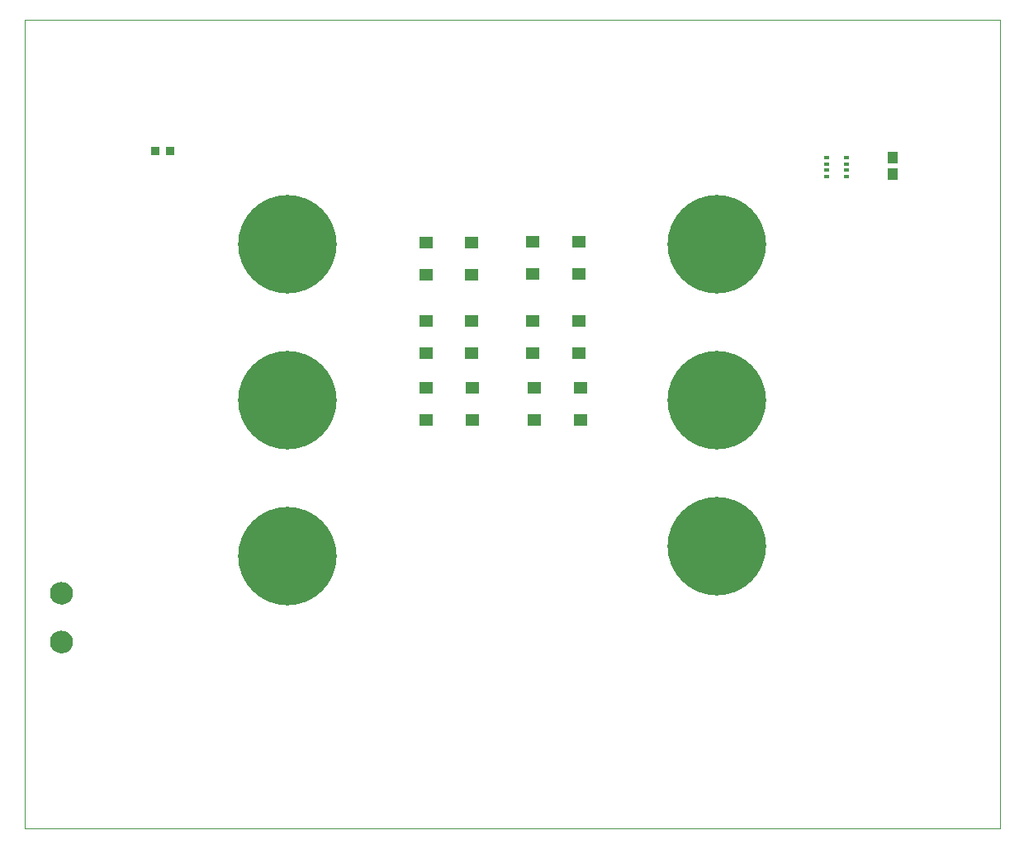
<source format=gts>
G75*
%MOIN*%
%OFA0B0*%
%FSLAX25Y25*%
%IPPOS*%
%LPD*%
%AMOC8*
5,1,8,0,0,1.08239X$1,22.5*
%
%ADD10C,0.00000*%
%ADD11R,0.05518X0.05124*%
%ADD12R,0.03550X0.03550*%
%ADD13R,0.02369X0.01778*%
%ADD14R,0.04337X0.04731*%
%ADD15C,0.09061*%
%ADD16C,0.39770*%
D10*
X0009166Y0005337D02*
X0009166Y0332109D01*
X0402866Y0332109D01*
X0402866Y0005337D01*
X0009166Y0005337D01*
X0019795Y0080928D02*
X0019797Y0081059D01*
X0019803Y0081191D01*
X0019813Y0081322D01*
X0019827Y0081453D01*
X0019845Y0081583D01*
X0019867Y0081712D01*
X0019892Y0081841D01*
X0019922Y0081969D01*
X0019956Y0082096D01*
X0019993Y0082223D01*
X0020034Y0082347D01*
X0020079Y0082471D01*
X0020128Y0082593D01*
X0020180Y0082714D01*
X0020236Y0082832D01*
X0020296Y0082950D01*
X0020359Y0083065D01*
X0020426Y0083178D01*
X0020496Y0083290D01*
X0020569Y0083399D01*
X0020645Y0083505D01*
X0020725Y0083610D01*
X0020808Y0083712D01*
X0020894Y0083811D01*
X0020983Y0083908D01*
X0021075Y0084002D01*
X0021170Y0084093D01*
X0021267Y0084182D01*
X0021367Y0084267D01*
X0021470Y0084349D01*
X0021575Y0084428D01*
X0021682Y0084504D01*
X0021792Y0084576D01*
X0021904Y0084645D01*
X0022018Y0084711D01*
X0022133Y0084773D01*
X0022251Y0084832D01*
X0022370Y0084887D01*
X0022491Y0084939D01*
X0022614Y0084986D01*
X0022738Y0085030D01*
X0022863Y0085071D01*
X0022989Y0085107D01*
X0023117Y0085140D01*
X0023245Y0085168D01*
X0023374Y0085193D01*
X0023504Y0085214D01*
X0023634Y0085231D01*
X0023765Y0085244D01*
X0023896Y0085253D01*
X0024027Y0085258D01*
X0024159Y0085259D01*
X0024290Y0085256D01*
X0024422Y0085249D01*
X0024553Y0085238D01*
X0024683Y0085223D01*
X0024813Y0085204D01*
X0024943Y0085181D01*
X0025071Y0085155D01*
X0025199Y0085124D01*
X0025326Y0085089D01*
X0025452Y0085051D01*
X0025576Y0085009D01*
X0025700Y0084963D01*
X0025821Y0084913D01*
X0025941Y0084860D01*
X0026060Y0084803D01*
X0026177Y0084743D01*
X0026291Y0084679D01*
X0026404Y0084611D01*
X0026515Y0084540D01*
X0026624Y0084466D01*
X0026730Y0084389D01*
X0026834Y0084308D01*
X0026935Y0084225D01*
X0027034Y0084138D01*
X0027130Y0084048D01*
X0027223Y0083955D01*
X0027314Y0083860D01*
X0027401Y0083762D01*
X0027486Y0083661D01*
X0027567Y0083558D01*
X0027645Y0083452D01*
X0027720Y0083344D01*
X0027792Y0083234D01*
X0027860Y0083122D01*
X0027925Y0083008D01*
X0027986Y0082891D01*
X0028044Y0082773D01*
X0028098Y0082653D01*
X0028149Y0082532D01*
X0028196Y0082409D01*
X0028239Y0082285D01*
X0028278Y0082160D01*
X0028314Y0082033D01*
X0028345Y0081905D01*
X0028373Y0081777D01*
X0028397Y0081648D01*
X0028417Y0081518D01*
X0028433Y0081387D01*
X0028445Y0081256D01*
X0028453Y0081125D01*
X0028457Y0080994D01*
X0028457Y0080862D01*
X0028453Y0080731D01*
X0028445Y0080600D01*
X0028433Y0080469D01*
X0028417Y0080338D01*
X0028397Y0080208D01*
X0028373Y0080079D01*
X0028345Y0079951D01*
X0028314Y0079823D01*
X0028278Y0079696D01*
X0028239Y0079571D01*
X0028196Y0079447D01*
X0028149Y0079324D01*
X0028098Y0079203D01*
X0028044Y0079083D01*
X0027986Y0078965D01*
X0027925Y0078848D01*
X0027860Y0078734D01*
X0027792Y0078622D01*
X0027720Y0078512D01*
X0027645Y0078404D01*
X0027567Y0078298D01*
X0027486Y0078195D01*
X0027401Y0078094D01*
X0027314Y0077996D01*
X0027223Y0077901D01*
X0027130Y0077808D01*
X0027034Y0077718D01*
X0026935Y0077631D01*
X0026834Y0077548D01*
X0026730Y0077467D01*
X0026624Y0077390D01*
X0026515Y0077316D01*
X0026404Y0077245D01*
X0026292Y0077177D01*
X0026177Y0077113D01*
X0026060Y0077053D01*
X0025941Y0076996D01*
X0025821Y0076943D01*
X0025700Y0076893D01*
X0025576Y0076847D01*
X0025452Y0076805D01*
X0025326Y0076767D01*
X0025199Y0076732D01*
X0025071Y0076701D01*
X0024943Y0076675D01*
X0024813Y0076652D01*
X0024683Y0076633D01*
X0024553Y0076618D01*
X0024422Y0076607D01*
X0024290Y0076600D01*
X0024159Y0076597D01*
X0024027Y0076598D01*
X0023896Y0076603D01*
X0023765Y0076612D01*
X0023634Y0076625D01*
X0023504Y0076642D01*
X0023374Y0076663D01*
X0023245Y0076688D01*
X0023117Y0076716D01*
X0022989Y0076749D01*
X0022863Y0076785D01*
X0022738Y0076826D01*
X0022614Y0076870D01*
X0022491Y0076917D01*
X0022370Y0076969D01*
X0022251Y0077024D01*
X0022133Y0077083D01*
X0022018Y0077145D01*
X0021904Y0077211D01*
X0021792Y0077280D01*
X0021682Y0077352D01*
X0021575Y0077428D01*
X0021470Y0077507D01*
X0021367Y0077589D01*
X0021267Y0077674D01*
X0021170Y0077763D01*
X0021075Y0077854D01*
X0020983Y0077948D01*
X0020894Y0078045D01*
X0020808Y0078144D01*
X0020725Y0078246D01*
X0020645Y0078351D01*
X0020569Y0078457D01*
X0020496Y0078566D01*
X0020426Y0078678D01*
X0020359Y0078791D01*
X0020296Y0078906D01*
X0020236Y0079024D01*
X0020180Y0079142D01*
X0020128Y0079263D01*
X0020079Y0079385D01*
X0020034Y0079509D01*
X0019993Y0079633D01*
X0019956Y0079760D01*
X0019922Y0079887D01*
X0019892Y0080015D01*
X0019867Y0080144D01*
X0019845Y0080273D01*
X0019827Y0080403D01*
X0019813Y0080534D01*
X0019803Y0080665D01*
X0019797Y0080797D01*
X0019795Y0080928D01*
X0019795Y0100613D02*
X0019797Y0100744D01*
X0019803Y0100876D01*
X0019813Y0101007D01*
X0019827Y0101138D01*
X0019845Y0101268D01*
X0019867Y0101397D01*
X0019892Y0101526D01*
X0019922Y0101654D01*
X0019956Y0101781D01*
X0019993Y0101908D01*
X0020034Y0102032D01*
X0020079Y0102156D01*
X0020128Y0102278D01*
X0020180Y0102399D01*
X0020236Y0102517D01*
X0020296Y0102635D01*
X0020359Y0102750D01*
X0020426Y0102863D01*
X0020496Y0102975D01*
X0020569Y0103084D01*
X0020645Y0103190D01*
X0020725Y0103295D01*
X0020808Y0103397D01*
X0020894Y0103496D01*
X0020983Y0103593D01*
X0021075Y0103687D01*
X0021170Y0103778D01*
X0021267Y0103867D01*
X0021367Y0103952D01*
X0021470Y0104034D01*
X0021575Y0104113D01*
X0021682Y0104189D01*
X0021792Y0104261D01*
X0021904Y0104330D01*
X0022018Y0104396D01*
X0022133Y0104458D01*
X0022251Y0104517D01*
X0022370Y0104572D01*
X0022491Y0104624D01*
X0022614Y0104671D01*
X0022738Y0104715D01*
X0022863Y0104756D01*
X0022989Y0104792D01*
X0023117Y0104825D01*
X0023245Y0104853D01*
X0023374Y0104878D01*
X0023504Y0104899D01*
X0023634Y0104916D01*
X0023765Y0104929D01*
X0023896Y0104938D01*
X0024027Y0104943D01*
X0024159Y0104944D01*
X0024290Y0104941D01*
X0024422Y0104934D01*
X0024553Y0104923D01*
X0024683Y0104908D01*
X0024813Y0104889D01*
X0024943Y0104866D01*
X0025071Y0104840D01*
X0025199Y0104809D01*
X0025326Y0104774D01*
X0025452Y0104736D01*
X0025576Y0104694D01*
X0025700Y0104648D01*
X0025821Y0104598D01*
X0025941Y0104545D01*
X0026060Y0104488D01*
X0026177Y0104428D01*
X0026291Y0104364D01*
X0026404Y0104296D01*
X0026515Y0104225D01*
X0026624Y0104151D01*
X0026730Y0104074D01*
X0026834Y0103993D01*
X0026935Y0103910D01*
X0027034Y0103823D01*
X0027130Y0103733D01*
X0027223Y0103640D01*
X0027314Y0103545D01*
X0027401Y0103447D01*
X0027486Y0103346D01*
X0027567Y0103243D01*
X0027645Y0103137D01*
X0027720Y0103029D01*
X0027792Y0102919D01*
X0027860Y0102807D01*
X0027925Y0102693D01*
X0027986Y0102576D01*
X0028044Y0102458D01*
X0028098Y0102338D01*
X0028149Y0102217D01*
X0028196Y0102094D01*
X0028239Y0101970D01*
X0028278Y0101845D01*
X0028314Y0101718D01*
X0028345Y0101590D01*
X0028373Y0101462D01*
X0028397Y0101333D01*
X0028417Y0101203D01*
X0028433Y0101072D01*
X0028445Y0100941D01*
X0028453Y0100810D01*
X0028457Y0100679D01*
X0028457Y0100547D01*
X0028453Y0100416D01*
X0028445Y0100285D01*
X0028433Y0100154D01*
X0028417Y0100023D01*
X0028397Y0099893D01*
X0028373Y0099764D01*
X0028345Y0099636D01*
X0028314Y0099508D01*
X0028278Y0099381D01*
X0028239Y0099256D01*
X0028196Y0099132D01*
X0028149Y0099009D01*
X0028098Y0098888D01*
X0028044Y0098768D01*
X0027986Y0098650D01*
X0027925Y0098533D01*
X0027860Y0098419D01*
X0027792Y0098307D01*
X0027720Y0098197D01*
X0027645Y0098089D01*
X0027567Y0097983D01*
X0027486Y0097880D01*
X0027401Y0097779D01*
X0027314Y0097681D01*
X0027223Y0097586D01*
X0027130Y0097493D01*
X0027034Y0097403D01*
X0026935Y0097316D01*
X0026834Y0097233D01*
X0026730Y0097152D01*
X0026624Y0097075D01*
X0026515Y0097001D01*
X0026404Y0096930D01*
X0026292Y0096862D01*
X0026177Y0096798D01*
X0026060Y0096738D01*
X0025941Y0096681D01*
X0025821Y0096628D01*
X0025700Y0096578D01*
X0025576Y0096532D01*
X0025452Y0096490D01*
X0025326Y0096452D01*
X0025199Y0096417D01*
X0025071Y0096386D01*
X0024943Y0096360D01*
X0024813Y0096337D01*
X0024683Y0096318D01*
X0024553Y0096303D01*
X0024422Y0096292D01*
X0024290Y0096285D01*
X0024159Y0096282D01*
X0024027Y0096283D01*
X0023896Y0096288D01*
X0023765Y0096297D01*
X0023634Y0096310D01*
X0023504Y0096327D01*
X0023374Y0096348D01*
X0023245Y0096373D01*
X0023117Y0096401D01*
X0022989Y0096434D01*
X0022863Y0096470D01*
X0022738Y0096511D01*
X0022614Y0096555D01*
X0022491Y0096602D01*
X0022370Y0096654D01*
X0022251Y0096709D01*
X0022133Y0096768D01*
X0022018Y0096830D01*
X0021904Y0096896D01*
X0021792Y0096965D01*
X0021682Y0097037D01*
X0021575Y0097113D01*
X0021470Y0097192D01*
X0021367Y0097274D01*
X0021267Y0097359D01*
X0021170Y0097448D01*
X0021075Y0097539D01*
X0020983Y0097633D01*
X0020894Y0097730D01*
X0020808Y0097829D01*
X0020725Y0097931D01*
X0020645Y0098036D01*
X0020569Y0098142D01*
X0020496Y0098251D01*
X0020426Y0098363D01*
X0020359Y0098476D01*
X0020296Y0098591D01*
X0020236Y0098709D01*
X0020180Y0098827D01*
X0020128Y0098948D01*
X0020079Y0099070D01*
X0020034Y0099194D01*
X0019993Y0099318D01*
X0019956Y0099445D01*
X0019922Y0099572D01*
X0019892Y0099700D01*
X0019867Y0099829D01*
X0019845Y0099958D01*
X0019827Y0100088D01*
X0019813Y0100219D01*
X0019803Y0100350D01*
X0019797Y0100482D01*
X0019795Y0100613D01*
D11*
X0171370Y0170613D03*
X0171370Y0183605D03*
X0171174Y0197660D03*
X0171174Y0210652D03*
X0189678Y0210652D03*
X0189678Y0197660D03*
X0189874Y0183605D03*
X0189874Y0170613D03*
X0215111Y0170613D03*
X0215111Y0183605D03*
X0214481Y0197660D03*
X0214481Y0210652D03*
X0232985Y0210652D03*
X0232985Y0197660D03*
X0233615Y0183605D03*
X0233615Y0170613D03*
X0232985Y0229550D03*
X0232985Y0242542D03*
X0214481Y0242542D03*
X0214481Y0229550D03*
X0189678Y0229156D03*
X0189678Y0242148D03*
X0171174Y0242148D03*
X0171174Y0229156D03*
D12*
X0067959Y0279093D03*
X0062053Y0279093D03*
D13*
X0332979Y0276471D03*
X0332979Y0273912D03*
X0332979Y0271353D03*
X0332979Y0268794D03*
X0341050Y0268794D03*
X0341050Y0271353D03*
X0341050Y0273912D03*
X0341050Y0276471D03*
D14*
X0359559Y0276400D03*
X0359559Y0269707D03*
D15*
X0024126Y0100613D03*
X0024126Y0080928D03*
D16*
X0115465Y0115573D03*
X0115465Y0178565D03*
X0115465Y0241557D03*
X0288693Y0241557D03*
X0288693Y0178565D03*
X0288693Y0119510D03*
M02*

</source>
